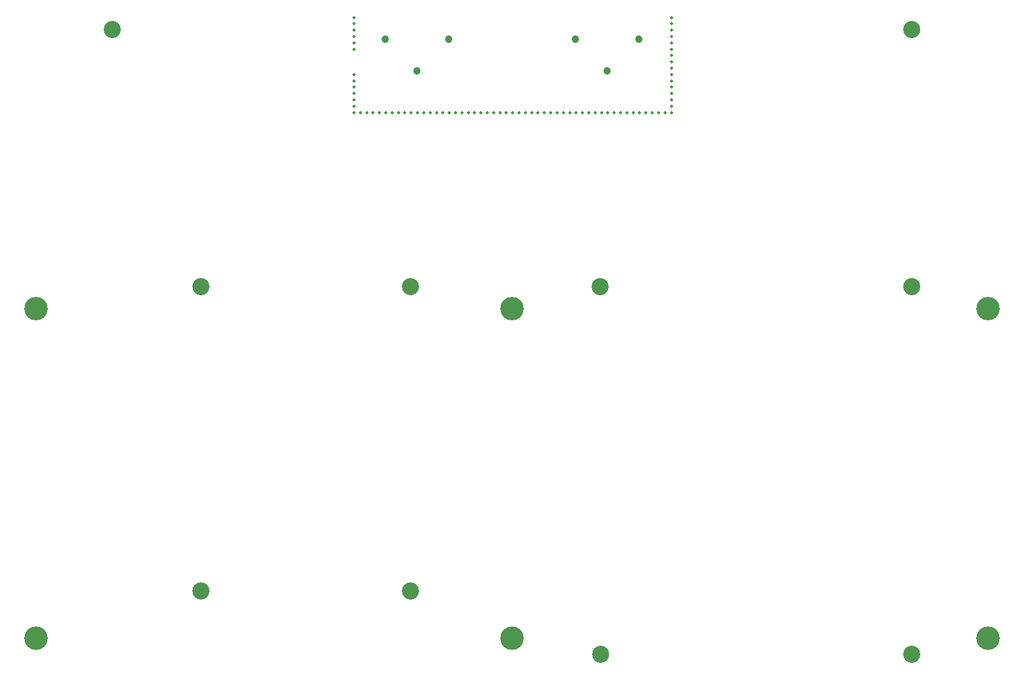
<source format=gbr>
%TF.GenerationSoftware,KiCad,Pcbnew,7.0.9-7.0.9~ubuntu23.04.1*%
%TF.CreationDate,2023-12-04T22:03:06+00:00*%
%TF.ProjectId,pedalboard-hw,70656461-6c62-46f6-9172-642d68772e6b,3.1.0*%
%TF.SameCoordinates,Original*%
%TF.FileFunction,NonPlated,1,2,NPTH,Drill*%
%TF.FilePolarity,Positive*%
%FSLAX46Y46*%
G04 Gerber Fmt 4.6, Leading zero omitted, Abs format (unit mm)*
G04 Created by KiCad (PCBNEW 7.0.9-7.0.9~ubuntu23.04.1) date 2023-12-04 22:03:06*
%MOMM*%
%LPD*%
G01*
G04 APERTURE LIST*
%TA.AperFunction,ComponentDrill*%
%ADD10C,0.500000*%
%TD*%
%TA.AperFunction,ComponentDrill*%
%ADD11C,1.200000*%
%TD*%
%TA.AperFunction,ComponentDrill*%
%ADD12C,2.700000*%
%TD*%
%TA.AperFunction,ComponentDrill*%
%ADD13C,3.700000*%
%TD*%
G04 APERTURE END LIST*
D10*
%TO.C,H2*%
X80100000Y-21075000D03*
X80100000Y-22075000D03*
X80100000Y-23075000D03*
X80100000Y-24075000D03*
X80100000Y-25075000D03*
X80100000Y-26075000D03*
X80100000Y-30075000D03*
X80100000Y-31075000D03*
X80100000Y-32075000D03*
X80100000Y-33075000D03*
X80100000Y-34075000D03*
X80100000Y-35075000D03*
X80100000Y-36075000D03*
X81100000Y-36075000D03*
X82100000Y-36075000D03*
X83100000Y-36075000D03*
X84100000Y-36075000D03*
X85100000Y-36075000D03*
X86100000Y-36075000D03*
X87100000Y-36075000D03*
X88100000Y-36075000D03*
X89100000Y-36075000D03*
X90100000Y-36075000D03*
X91100000Y-36075000D03*
X92100000Y-36075000D03*
X93100000Y-36075000D03*
X94100000Y-36075000D03*
X95100000Y-36075000D03*
X96100000Y-36075000D03*
X97100000Y-36075000D03*
X98100000Y-36075000D03*
X99100000Y-36075000D03*
X100100000Y-36075000D03*
X101100000Y-36075000D03*
X102100000Y-36075000D03*
X103100000Y-36075000D03*
X104100000Y-36075000D03*
X105100000Y-36075000D03*
X106100000Y-36075000D03*
X107100000Y-36075000D03*
X108100000Y-36075000D03*
X109100000Y-36075000D03*
X110100000Y-36075000D03*
X111100000Y-36075000D03*
X112100000Y-36075000D03*
X113100000Y-36075000D03*
X114100000Y-36075000D03*
X115100000Y-36075000D03*
X116100000Y-36075000D03*
X117100000Y-36075000D03*
X118100000Y-36075000D03*
X119100000Y-36075000D03*
X120100000Y-36075000D03*
X121100000Y-36075000D03*
X122100000Y-36075000D03*
X123100000Y-36075000D03*
X124100000Y-36075000D03*
X125100000Y-36075000D03*
X126100000Y-36075000D03*
X127100000Y-36075000D03*
X128100000Y-36075000D03*
X129100000Y-36075000D03*
X130100000Y-21075000D03*
X130100000Y-22075000D03*
X130100000Y-23075000D03*
X130100000Y-24075000D03*
X130100000Y-25075000D03*
X130100000Y-26075000D03*
X130100000Y-27075000D03*
X130100000Y-28075000D03*
X130100000Y-29075000D03*
X130100000Y-30075000D03*
X130100000Y-31075000D03*
X130100000Y-32075000D03*
X130100000Y-33075000D03*
X130100000Y-34075000D03*
X130100000Y-35075000D03*
X130100000Y-36075000D03*
D11*
%TO.C,J1*%
X84994500Y-24500000D03*
X89994500Y-29500000D03*
X94994500Y-24500000D03*
%TO.C,J3*%
X115000000Y-24500000D03*
X120000000Y-29500000D03*
X125000000Y-24500000D03*
D12*
%TO.C,H1*%
X42000000Y-23000000D03*
%TO.C,CM1*%
X56000000Y-63500000D03*
X56000000Y-111500000D03*
X89000000Y-63500000D03*
X89000000Y-111500000D03*
%TO.C,H5*%
X118900000Y-63565600D03*
%TO.C,H6*%
X118980000Y-121520000D03*
%TO.C,H3*%
X168000000Y-23000000D03*
%TO.C,H4*%
X168000000Y-63500000D03*
%TO.C,H7*%
X168000000Y-121500000D03*
D13*
%TO.C,H10*%
X30000000Y-67000000D03*
%TO.C,H13*%
X30000000Y-119000000D03*
%TO.C,H9*%
X105000000Y-67000000D03*
%TO.C,H12*%
X105000000Y-119000000D03*
%TO.C,H8*%
X180000000Y-67000000D03*
%TO.C,H11*%
X180000000Y-119000000D03*
M02*

</source>
